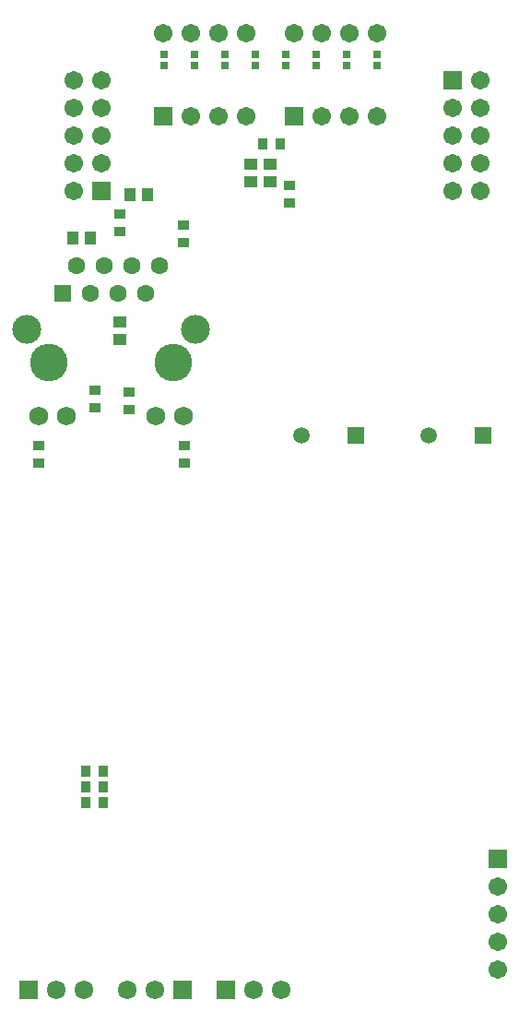
<source format=gbs>
G04*
G04 #@! TF.GenerationSoftware,Altium Limited,Altium Designer,20.0.13 (296)*
G04*
G04 Layer_Color=16711935*
%FSLAX44Y44*%
%MOMM*%
G71*
G01*
G75*
%ADD46R,0.8200X1.0200*%
%ADD51R,1.0032X1.2032*%
%ADD55R,1.2032X1.0032*%
%ADD58R,1.0200X0.8200*%
%ADD70C,1.7032*%
%ADD71R,1.7032X1.7032*%
%ADD72C,1.5200*%
%ADD73R,1.5200X1.5200*%
%ADD74C,1.7200*%
%ADD75R,1.7200X1.7200*%
%ADD76R,1.6012X1.6012*%
%ADD77C,1.6012*%
%ADD78C,1.7332*%
%ADD79C,2.6482*%
%ADD80C,3.4532*%
%ADD98R,0.8032X0.7032*%
D46*
X94250Y273500D02*
D03*
X110250D02*
D03*
X94250Y259000D02*
D03*
X110250D02*
D03*
X94250Y244500D02*
D03*
X110250D02*
D03*
X272750Y849250D02*
D03*
X256750D02*
D03*
D51*
X151000Y802250D02*
D03*
X135000D02*
D03*
X98250Y762500D02*
D03*
X82250D02*
D03*
D55*
X245500Y830500D02*
D03*
Y814500D02*
D03*
X263250Y830500D02*
D03*
Y814500D02*
D03*
X125500Y685750D02*
D03*
Y669750D02*
D03*
D58*
X281000Y811000D02*
D03*
Y795000D02*
D03*
X125500Y768750D02*
D03*
Y784750D02*
D03*
X184250Y758250D02*
D03*
Y774250D02*
D03*
X184500Y556250D02*
D03*
Y572250D02*
D03*
X51250Y556250D02*
D03*
Y572250D02*
D03*
X102250Y622500D02*
D03*
Y606500D02*
D03*
X133750Y621000D02*
D03*
Y605000D02*
D03*
D70*
X456400Y805400D02*
D03*
X431000D02*
D03*
X456400Y856200D02*
D03*
X431000D02*
D03*
X456400Y881600D02*
D03*
X431000D02*
D03*
X456400Y907000D02*
D03*
X431000Y830800D02*
D03*
X456400D02*
D03*
X472500Y91550D02*
D03*
Y116950D02*
D03*
Y142350D02*
D03*
Y167750D02*
D03*
X310550Y874400D02*
D03*
X335950D02*
D03*
X361350D02*
D03*
X285150Y950600D02*
D03*
X310550D02*
D03*
X335950D02*
D03*
X361350D02*
D03*
X190800Y874400D02*
D03*
X216200D02*
D03*
X241600D02*
D03*
X165400Y950600D02*
D03*
X190800D02*
D03*
X216200D02*
D03*
X241600D02*
D03*
X83100Y881600D02*
D03*
X108500D02*
D03*
X83100Y805400D02*
D03*
X108500Y830800D02*
D03*
X83100D02*
D03*
X108500Y856200D02*
D03*
X83100D02*
D03*
X108500Y907000D02*
D03*
X83100D02*
D03*
D71*
X431000D02*
D03*
X472500Y193150D02*
D03*
X285150Y874400D02*
D03*
X165400D02*
D03*
X108500Y805400D02*
D03*
D72*
X409250Y581750D02*
D03*
X292500D02*
D03*
D73*
X459250D02*
D03*
X342500D02*
D03*
D74*
X132175Y72250D02*
D03*
X157575D02*
D03*
X92400D02*
D03*
X67000D02*
D03*
X273550D02*
D03*
X248150D02*
D03*
D75*
X182975D02*
D03*
X41600D02*
D03*
X222750D02*
D03*
D76*
X73000Y712000D02*
D03*
D77*
X85700Y737400D02*
D03*
X98400Y712000D02*
D03*
X111100Y737400D02*
D03*
X123800Y712000D02*
D03*
X136500Y737400D02*
D03*
X149200Y712000D02*
D03*
X161900Y737400D02*
D03*
D78*
X51250Y599500D02*
D03*
X76650D02*
D03*
X183750D02*
D03*
X158350D02*
D03*
D79*
X40050Y679000D02*
D03*
X194950D02*
D03*
D80*
X174650Y648500D02*
D03*
X60350D02*
D03*
D98*
X361750Y921000D02*
D03*
Y931000D02*
D03*
X333750Y921000D02*
D03*
Y930999D02*
D03*
X305750Y921000D02*
D03*
Y930999D02*
D03*
X277750Y921000D02*
D03*
Y930999D02*
D03*
X249750Y921000D02*
D03*
Y930999D02*
D03*
X221750Y921000D02*
D03*
Y930999D02*
D03*
X193750Y921000D02*
D03*
Y930999D02*
D03*
X165750Y921000D02*
D03*
Y931000D02*
D03*
M02*

</source>
